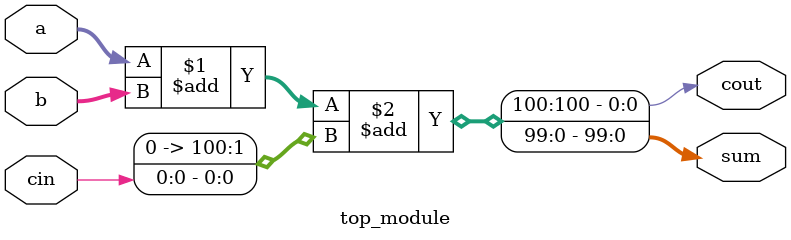
<source format=v>
module top_module( 
    input [99:0] a, b,
    input cin,
    output cout,
    output [99:0] sum );

    assign {cout, sum} = a + b + {99'd0, cin}; 

endmodule
</source>
